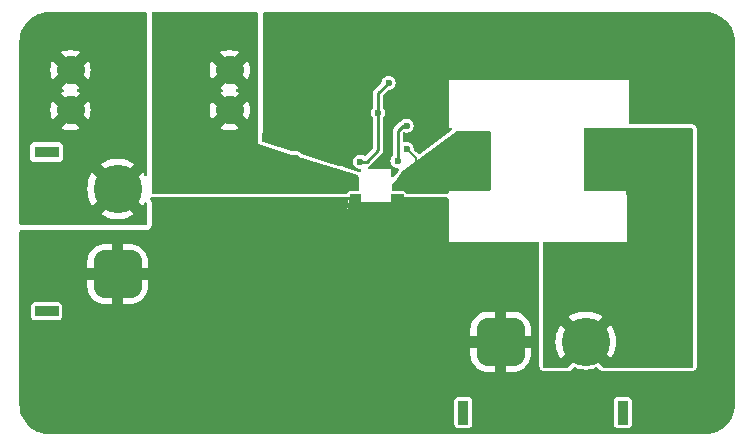
<source format=gbr>
%TF.GenerationSoftware,KiCad,Pcbnew,8.0.3*%
%TF.CreationDate,2024-07-18T08:28:15+09:00*%
%TF.ProjectId,DCDC_24to12,44434443-5f32-4347-946f-31322e6b6963,rev?*%
%TF.SameCoordinates,Original*%
%TF.FileFunction,Copper,L2,Bot*%
%TF.FilePolarity,Positive*%
%FSLAX46Y46*%
G04 Gerber Fmt 4.6, Leading zero omitted, Abs format (unit mm)*
G04 Created by KiCad (PCBNEW 8.0.3) date 2024-07-18 08:28:15*
%MOMM*%
%LPD*%
G01*
G04 APERTURE LIST*
G04 Aperture macros list*
%AMRoundRect*
0 Rectangle with rounded corners*
0 $1 Rounding radius*
0 $2 $3 $4 $5 $6 $7 $8 $9 X,Y pos of 4 corners*
0 Add a 4 corners polygon primitive as box body*
4,1,4,$2,$3,$4,$5,$6,$7,$8,$9,$2,$3,0*
0 Add four circle primitives for the rounded corners*
1,1,$1+$1,$2,$3*
1,1,$1+$1,$4,$5*
1,1,$1+$1,$6,$7*
1,1,$1+$1,$8,$9*
0 Add four rect primitives between the rounded corners*
20,1,$1+$1,$2,$3,$4,$5,0*
20,1,$1+$1,$4,$5,$6,$7,0*
20,1,$1+$1,$6,$7,$8,$9,0*
20,1,$1+$1,$8,$9,$2,$3,0*%
G04 Aperture macros list end*
%TA.AperFunction,ComponentPad*%
%ADD10R,2.000000X0.900000*%
%TD*%
%TA.AperFunction,ComponentPad*%
%ADD11RoundRect,1.025000X1.025000X-1.025000X1.025000X1.025000X-1.025000X1.025000X-1.025000X-1.025000X0*%
%TD*%
%TA.AperFunction,ComponentPad*%
%ADD12C,4.100000*%
%TD*%
%TA.AperFunction,ComponentPad*%
%ADD13RoundRect,1.025000X1.025000X1.025000X-1.025000X1.025000X-1.025000X-1.025000X1.025000X-1.025000X0*%
%TD*%
%TA.AperFunction,ComponentPad*%
%ADD14R,0.900000X2.000000*%
%TD*%
%TA.AperFunction,ComponentPad*%
%ADD15C,2.400000*%
%TD*%
%TA.AperFunction,ViaPad*%
%ADD16C,0.600000*%
%TD*%
%TA.AperFunction,Conductor*%
%ADD17C,0.254000*%
%TD*%
%TA.AperFunction,Conductor*%
%ADD18C,0.200000*%
%TD*%
G04 APERTURE END LIST*
D10*
%TO.P,J1,*%
%TO.N,*%
X74175000Y-65062000D03*
X74175000Y-51562000D03*
D11*
%TO.P,J1,1,Pin_1*%
%TO.N,GND*%
X80175000Y-61912000D03*
D12*
%TO.P,J1,2,Pin_2*%
%TO.N,Net-(J1-Pin_2)*%
X80175000Y-54712000D03*
%TD*%
%TO.P,J2,2,Pin_2*%
%TO.N,+12V*%
X119805000Y-67645000D03*
D13*
%TO.P,J2,1,Pin_1*%
%TO.N,GND*%
X112605000Y-67645000D03*
D14*
%TO.P,J2,*%
%TO.N,*%
X109455000Y-73645000D03*
X122955000Y-73645000D03*
%TD*%
D15*
%TO.P,F1,1*%
%TO.N,+BATT*%
X89670000Y-48055000D03*
X89670000Y-44655000D03*
%TO.P,F1,2*%
%TO.N,Net-(J1-Pin_2)*%
X76200000Y-48055000D03*
X76200000Y-44655000D03*
%TD*%
D16*
%TO.N,GND*%
X113030000Y-44196000D03*
X88900000Y-68580000D03*
X115570000Y-44196000D03*
X123190000Y-44196000D03*
X96520000Y-63500000D03*
X96520000Y-68580000D03*
X99060000Y-52070000D03*
X91440000Y-68580000D03*
X83820000Y-68580000D03*
X129921000Y-50165000D03*
X96520000Y-71120000D03*
X113030000Y-40767000D03*
X93980000Y-63500000D03*
X104140000Y-66040000D03*
X129921000Y-73025000D03*
X99060000Y-68580000D03*
X130810000Y-42418000D03*
X129921000Y-60325000D03*
X129921000Y-52705000D03*
X131826000Y-65405000D03*
X131826000Y-67945000D03*
X131826000Y-62865000D03*
X83820000Y-60960000D03*
X86360000Y-60960000D03*
X93980000Y-68580000D03*
X115570000Y-42418000D03*
X91440000Y-60960000D03*
X88900000Y-66040000D03*
X106680000Y-68580000D03*
X107442000Y-42037000D03*
X131826000Y-57785000D03*
X104140000Y-68580000D03*
X100330000Y-44958000D03*
X108204000Y-43053000D03*
X100330000Y-46736000D03*
X101600000Y-63500000D03*
X93980000Y-46736000D03*
X131826000Y-52705000D03*
X101600000Y-66040000D03*
X123190000Y-42418000D03*
X113030000Y-42418000D03*
X131826000Y-70485000D03*
X131826000Y-60325000D03*
X129921000Y-67945000D03*
X93980000Y-60960000D03*
X131826000Y-50165000D03*
X95250000Y-44958000D03*
X99060000Y-60960000D03*
X91440000Y-63500000D03*
X104140000Y-63500000D03*
X96520000Y-44958000D03*
X128270000Y-44196000D03*
X97790000Y-44958000D03*
X131826000Y-55245000D03*
X125730000Y-42418000D03*
X118110000Y-40767000D03*
X99060000Y-46736000D03*
X125730000Y-44196000D03*
X94488000Y-48260000D03*
X115570000Y-40767000D03*
X118110000Y-44196000D03*
X129921000Y-57785000D03*
X106680000Y-66040000D03*
X96520000Y-60960000D03*
X86360000Y-68580000D03*
X130810000Y-44196000D03*
X110490000Y-44196000D03*
X86360000Y-63500000D03*
X97790000Y-46736000D03*
X131064000Y-48133000D03*
X129921000Y-65405000D03*
X125730000Y-40767000D03*
X86360000Y-66040000D03*
X91440000Y-66040000D03*
X104140000Y-73660000D03*
X107442000Y-43053000D03*
X104140000Y-71120000D03*
X125730000Y-46228000D03*
X96520000Y-66040000D03*
X99060000Y-66040000D03*
X130810000Y-46228000D03*
X104140000Y-60960000D03*
X129921000Y-70485000D03*
X128270000Y-46228000D03*
X120650000Y-40767000D03*
X123190000Y-40767000D03*
X128270000Y-40767000D03*
X101600000Y-60960000D03*
X106680000Y-73660000D03*
X93980000Y-66040000D03*
X129921000Y-55245000D03*
X120650000Y-42418000D03*
X129921000Y-62865000D03*
X99060000Y-71120000D03*
X88900000Y-60960000D03*
X129032000Y-48133000D03*
X96520000Y-46736000D03*
X106680000Y-71120000D03*
X99060000Y-44958000D03*
X83820000Y-63500000D03*
X120650000Y-44196000D03*
X88900000Y-63500000D03*
X83820000Y-66040000D03*
X95250000Y-46736000D03*
X106680000Y-60960000D03*
X99060000Y-63500000D03*
X106680000Y-63500000D03*
X131826000Y-73025000D03*
X118110000Y-42418000D03*
X126873000Y-48133000D03*
X108204000Y-42037000D03*
X130810000Y-40767000D03*
X101600000Y-68580000D03*
X101600000Y-71120000D03*
X128270000Y-42418000D03*
X93980000Y-44958000D03*
X101600000Y-73660000D03*
%TO.N,+12V*%
X126365000Y-62865000D03*
X120015000Y-50165000D03*
X121285000Y-52705000D03*
X123825000Y-67945000D03*
X118745000Y-60325000D03*
X126365000Y-50165000D03*
X123825000Y-55245000D03*
X120015000Y-53975000D03*
X122555000Y-50165000D03*
X123825000Y-62865000D03*
X126365000Y-55245000D03*
X123825000Y-50165000D03*
X126365000Y-52705000D03*
X121285000Y-50165000D03*
X120015000Y-52705000D03*
X120015000Y-51435000D03*
X121285000Y-60325000D03*
X123825000Y-65405000D03*
X122555000Y-51435000D03*
X118745000Y-62865000D03*
X122555000Y-52705000D03*
X126365000Y-60325000D03*
X123825000Y-60325000D03*
X121285000Y-51435000D03*
X123825000Y-52705000D03*
X123825000Y-57785000D03*
X121285000Y-62865000D03*
X126365000Y-67945000D03*
X122555000Y-53975000D03*
X121285000Y-53975000D03*
X126365000Y-65405000D03*
X126365000Y-57785000D03*
%TO.N,BOOT*%
X104648000Y-49342000D03*
X103886000Y-52324000D03*
%TO.N,SW*%
X111252000Y-50546000D03*
X106680000Y-53340000D03*
X105410000Y-54610000D03*
X106680000Y-54610000D03*
X111252000Y-51816000D03*
X108712000Y-53086000D03*
X104648000Y-51308000D03*
X111252000Y-54356000D03*
X108712000Y-50546000D03*
X109982000Y-53086000D03*
X105410000Y-53340000D03*
X111252000Y-53086000D03*
X109982000Y-51816000D03*
X109982000Y-50546000D03*
X108712000Y-54356000D03*
X109982000Y-54356000D03*
X108712000Y-51816000D03*
%TO.N,+BATT*%
X88265000Y-51435000D03*
X86995000Y-53975000D03*
X90805000Y-52705000D03*
X95250000Y-52070000D03*
X93980000Y-54610000D03*
X97790000Y-53340000D03*
X90805000Y-53975000D03*
X89535000Y-51435000D03*
X86995000Y-51435000D03*
X93980000Y-53340000D03*
X95250000Y-53340000D03*
X86995000Y-52705000D03*
X89535000Y-53975000D03*
X88265000Y-53975000D03*
X88265000Y-52705000D03*
X99060000Y-53340000D03*
X99060000Y-54610000D03*
X90805000Y-51435000D03*
X89535000Y-52705000D03*
X95250000Y-54610000D03*
X96520000Y-53340000D03*
X96520000Y-54610000D03*
X93980000Y-52070000D03*
X97790000Y-54610000D03*
%TO.N,VREG*%
X103124000Y-45720000D03*
X102235000Y-48260000D03*
X100736400Y-52400200D03*
%TD*%
D17*
%TO.N,BOOT*%
X103886000Y-49784000D02*
X104328000Y-49342000D01*
X103886000Y-52324000D02*
X103886000Y-49784000D01*
X104328000Y-49342000D02*
X104648000Y-49342000D01*
D18*
%TO.N,SW*%
X105410000Y-52070000D02*
X104648000Y-51308000D01*
X105410000Y-53340000D02*
X105410000Y-52070000D01*
D17*
%TO.N,VREG*%
X101269800Y-52400200D02*
X102235000Y-51435000D01*
X102235000Y-46609000D02*
X103124000Y-45720000D01*
X100736400Y-52400200D02*
X101269800Y-52400200D01*
X102235000Y-51435000D02*
X102235000Y-48260000D01*
X102235000Y-48260000D02*
X102235000Y-46609000D01*
%TD*%
%TA.AperFunction,Conductor*%
%TO.N,GND*%
G36*
X129972736Y-39743726D02*
G01*
X130262796Y-39761271D01*
X130277659Y-39763076D01*
X130559798Y-39814780D01*
X130574335Y-39818363D01*
X130848172Y-39903695D01*
X130862163Y-39909000D01*
X131123743Y-40026727D01*
X131136989Y-40033680D01*
X131382465Y-40182075D01*
X131394776Y-40190573D01*
X131620573Y-40367473D01*
X131631781Y-40377403D01*
X131834596Y-40580218D01*
X131844526Y-40591426D01*
X131964481Y-40744538D01*
X132021422Y-40817217D01*
X132029928Y-40829540D01*
X132178316Y-41075004D01*
X132185275Y-41088263D01*
X132302997Y-41349831D01*
X132308306Y-41363832D01*
X132393635Y-41637663D01*
X132397219Y-41652201D01*
X132448923Y-41934340D01*
X132450728Y-41949205D01*
X132468274Y-42239263D01*
X132468500Y-42246750D01*
X132468500Y-72942249D01*
X132468274Y-72949736D01*
X132450728Y-73239794D01*
X132448923Y-73254659D01*
X132397219Y-73536798D01*
X132393635Y-73551336D01*
X132308306Y-73825167D01*
X132302997Y-73839168D01*
X132185275Y-74100736D01*
X132178316Y-74113995D01*
X132029928Y-74359459D01*
X132021422Y-74371782D01*
X131844526Y-74597573D01*
X131834596Y-74608781D01*
X131631781Y-74811596D01*
X131620573Y-74821526D01*
X131394782Y-74998422D01*
X131382459Y-75006928D01*
X131136995Y-75155316D01*
X131123736Y-75162275D01*
X130862168Y-75279997D01*
X130848167Y-75285306D01*
X130574336Y-75370635D01*
X130559798Y-75374219D01*
X130277659Y-75425923D01*
X130262794Y-75427728D01*
X129972736Y-75445274D01*
X129965249Y-75445500D01*
X74377751Y-75445500D01*
X74370264Y-75445274D01*
X74080205Y-75427728D01*
X74065340Y-75425923D01*
X73783201Y-75374219D01*
X73768663Y-75370635D01*
X73494832Y-75285306D01*
X73480831Y-75279997D01*
X73219263Y-75162275D01*
X73206004Y-75155316D01*
X72960540Y-75006928D01*
X72948217Y-74998422D01*
X72876946Y-74942585D01*
X72722426Y-74821526D01*
X72711218Y-74811596D01*
X72508403Y-74608781D01*
X72498473Y-74597573D01*
X72321573Y-74371776D01*
X72313075Y-74359465D01*
X72164680Y-74113989D01*
X72157727Y-74100743D01*
X72040000Y-73839163D01*
X72034693Y-73825167D01*
X71949364Y-73551336D01*
X71945780Y-73536798D01*
X71894076Y-73254659D01*
X71892271Y-73239794D01*
X71874726Y-72949736D01*
X71874500Y-72942249D01*
X71874500Y-72600131D01*
X108704500Y-72600131D01*
X108704500Y-74689856D01*
X108704502Y-74689882D01*
X108707413Y-74714987D01*
X108707415Y-74714991D01*
X108752793Y-74817764D01*
X108752794Y-74817765D01*
X108832235Y-74897206D01*
X108935009Y-74942585D01*
X108960135Y-74945500D01*
X109949864Y-74945499D01*
X109949879Y-74945497D01*
X109949882Y-74945497D01*
X109974987Y-74942586D01*
X109974988Y-74942585D01*
X109974991Y-74942585D01*
X110077765Y-74897206D01*
X110157206Y-74817765D01*
X110202585Y-74714991D01*
X110205500Y-74689865D01*
X110205499Y-72600136D01*
X110205498Y-72600131D01*
X122204500Y-72600131D01*
X122204500Y-74689856D01*
X122204502Y-74689882D01*
X122207413Y-74714987D01*
X122207415Y-74714991D01*
X122252793Y-74817764D01*
X122252794Y-74817765D01*
X122332235Y-74897206D01*
X122435009Y-74942585D01*
X122460135Y-74945500D01*
X123449864Y-74945499D01*
X123449879Y-74945497D01*
X123449882Y-74945497D01*
X123474987Y-74942586D01*
X123474988Y-74942585D01*
X123474991Y-74942585D01*
X123577765Y-74897206D01*
X123657206Y-74817765D01*
X123702585Y-74714991D01*
X123705500Y-74689865D01*
X123705499Y-72600136D01*
X123705497Y-72600117D01*
X123702586Y-72575012D01*
X123702585Y-72575010D01*
X123702585Y-72575009D01*
X123657206Y-72472235D01*
X123577765Y-72392794D01*
X123577763Y-72392793D01*
X123474992Y-72347415D01*
X123449865Y-72344500D01*
X122460143Y-72344500D01*
X122460117Y-72344502D01*
X122435012Y-72347413D01*
X122435008Y-72347415D01*
X122332235Y-72392793D01*
X122252794Y-72472234D01*
X122207415Y-72575006D01*
X122207415Y-72575008D01*
X122204500Y-72600131D01*
X110205498Y-72600131D01*
X110205497Y-72600117D01*
X110202586Y-72575012D01*
X110202585Y-72575010D01*
X110202585Y-72575009D01*
X110157206Y-72472235D01*
X110077765Y-72392794D01*
X110077763Y-72392793D01*
X109974992Y-72347415D01*
X109949865Y-72344500D01*
X108960143Y-72344500D01*
X108960117Y-72344502D01*
X108935012Y-72347413D01*
X108935008Y-72347415D01*
X108832235Y-72392793D01*
X108752794Y-72472234D01*
X108707415Y-72575006D01*
X108707415Y-72575008D01*
X108704500Y-72600131D01*
X71874500Y-72600131D01*
X71874500Y-66549731D01*
X110055000Y-66549731D01*
X110055000Y-67145000D01*
X111347986Y-67145000D01*
X111288242Y-67328874D01*
X111255000Y-67538753D01*
X111255000Y-67751247D01*
X111288242Y-67961126D01*
X111347986Y-68145000D01*
X110055000Y-68145000D01*
X110055000Y-68740268D01*
X110065215Y-68884958D01*
X110065217Y-68884968D01*
X110119313Y-69125165D01*
X110119315Y-69125172D01*
X110211244Y-69353585D01*
X110338620Y-69564289D01*
X110338627Y-69564299D01*
X110498153Y-69751846D01*
X110685700Y-69911372D01*
X110685710Y-69911379D01*
X110896414Y-70038755D01*
X111124827Y-70130684D01*
X111124834Y-70130686D01*
X111365031Y-70184782D01*
X111365041Y-70184784D01*
X111509731Y-70194999D01*
X111509734Y-70195000D01*
X112105000Y-70195000D01*
X112105000Y-68902014D01*
X112288874Y-68961758D01*
X112498753Y-68995000D01*
X112711247Y-68995000D01*
X112921126Y-68961758D01*
X113105000Y-68902014D01*
X113105000Y-70195000D01*
X113700266Y-70195000D01*
X113700268Y-70194999D01*
X113844958Y-70184784D01*
X113844968Y-70184782D01*
X114085165Y-70130686D01*
X114085172Y-70130684D01*
X114313585Y-70038755D01*
X114524289Y-69911379D01*
X114524299Y-69911372D01*
X114711846Y-69751846D01*
X114871372Y-69564299D01*
X114871379Y-69564289D01*
X114998755Y-69353585D01*
X115090684Y-69125172D01*
X115090686Y-69125165D01*
X115144782Y-68884968D01*
X115144784Y-68884958D01*
X115154999Y-68740268D01*
X115155000Y-68740266D01*
X115155000Y-68145000D01*
X113862014Y-68145000D01*
X113921758Y-67961126D01*
X113955000Y-67751247D01*
X113955000Y-67538753D01*
X113921758Y-67328874D01*
X113862014Y-67145000D01*
X115155000Y-67145000D01*
X115155000Y-66549734D01*
X115154999Y-66549731D01*
X115144784Y-66405041D01*
X115144782Y-66405031D01*
X115090686Y-66164834D01*
X115090684Y-66164827D01*
X114998755Y-65936414D01*
X114871379Y-65725710D01*
X114871372Y-65725700D01*
X114711846Y-65538153D01*
X114524299Y-65378627D01*
X114524289Y-65378620D01*
X114313585Y-65251244D01*
X114085172Y-65159315D01*
X114085165Y-65159313D01*
X113844968Y-65105217D01*
X113844958Y-65105215D01*
X113700268Y-65095000D01*
X113105000Y-65095000D01*
X113105000Y-66387985D01*
X112921126Y-66328242D01*
X112711247Y-66295000D01*
X112498753Y-66295000D01*
X112288874Y-66328242D01*
X112105000Y-66387985D01*
X112105000Y-65095000D01*
X111509731Y-65095000D01*
X111365041Y-65105215D01*
X111365031Y-65105217D01*
X111124834Y-65159313D01*
X111124827Y-65159315D01*
X110896414Y-65251244D01*
X110685710Y-65378620D01*
X110685700Y-65378627D01*
X110498153Y-65538153D01*
X110338627Y-65725700D01*
X110338620Y-65725710D01*
X110211244Y-65936414D01*
X110119315Y-66164827D01*
X110119313Y-66164834D01*
X110065217Y-66405031D01*
X110065215Y-66405041D01*
X110055000Y-66549731D01*
X71874500Y-66549731D01*
X71874500Y-64567131D01*
X72874500Y-64567131D01*
X72874500Y-65556856D01*
X72874502Y-65556882D01*
X72877413Y-65581987D01*
X72877415Y-65581991D01*
X72922793Y-65684764D01*
X72922794Y-65684765D01*
X73002235Y-65764206D01*
X73105009Y-65809585D01*
X73130135Y-65812500D01*
X75219864Y-65812499D01*
X75219879Y-65812497D01*
X75219882Y-65812497D01*
X75244987Y-65809586D01*
X75244988Y-65809585D01*
X75244991Y-65809585D01*
X75347765Y-65764206D01*
X75427206Y-65684765D01*
X75472585Y-65581991D01*
X75475500Y-65556865D01*
X75475499Y-64567136D01*
X75475497Y-64567117D01*
X75472586Y-64542012D01*
X75472585Y-64542010D01*
X75472585Y-64542009D01*
X75427206Y-64439235D01*
X75347765Y-64359794D01*
X75347763Y-64359793D01*
X75244992Y-64314415D01*
X75219865Y-64311500D01*
X73130143Y-64311500D01*
X73130117Y-64311502D01*
X73105012Y-64314413D01*
X73105008Y-64314415D01*
X73002235Y-64359793D01*
X72922794Y-64439234D01*
X72877415Y-64542006D01*
X72877415Y-64542008D01*
X72874500Y-64567131D01*
X71874500Y-64567131D01*
X71874500Y-60816731D01*
X77625000Y-60816731D01*
X77625000Y-61412000D01*
X78917986Y-61412000D01*
X78858242Y-61595874D01*
X78825000Y-61805753D01*
X78825000Y-62018247D01*
X78858242Y-62228126D01*
X78917986Y-62412000D01*
X77625000Y-62412000D01*
X77625000Y-63007268D01*
X77635215Y-63151958D01*
X77635217Y-63151968D01*
X77689313Y-63392165D01*
X77689315Y-63392172D01*
X77781244Y-63620585D01*
X77908620Y-63831289D01*
X77908627Y-63831299D01*
X78068153Y-64018846D01*
X78255700Y-64178372D01*
X78255710Y-64178379D01*
X78466414Y-64305755D01*
X78694827Y-64397684D01*
X78694834Y-64397686D01*
X78935031Y-64451782D01*
X78935041Y-64451784D01*
X79079731Y-64461999D01*
X79079734Y-64462000D01*
X79675000Y-64462000D01*
X79675000Y-63169014D01*
X79858874Y-63228758D01*
X80068753Y-63262000D01*
X80281247Y-63262000D01*
X80491126Y-63228758D01*
X80675000Y-63169014D01*
X80675000Y-64462000D01*
X81270266Y-64462000D01*
X81270268Y-64461999D01*
X81414958Y-64451784D01*
X81414968Y-64451782D01*
X81655165Y-64397686D01*
X81655172Y-64397684D01*
X81883585Y-64305755D01*
X82094289Y-64178379D01*
X82094299Y-64178372D01*
X82281846Y-64018846D01*
X82441372Y-63831299D01*
X82441379Y-63831289D01*
X82568755Y-63620585D01*
X82660684Y-63392172D01*
X82660686Y-63392165D01*
X82714782Y-63151968D01*
X82714784Y-63151958D01*
X82724999Y-63007268D01*
X82725000Y-63007266D01*
X82725000Y-62412000D01*
X81432014Y-62412000D01*
X81491758Y-62228126D01*
X81525000Y-62018247D01*
X81525000Y-61805753D01*
X81491758Y-61595874D01*
X81432014Y-61412000D01*
X82725000Y-61412000D01*
X82725000Y-60816734D01*
X82724999Y-60816731D01*
X82714784Y-60672041D01*
X82714782Y-60672031D01*
X82660686Y-60431834D01*
X82660684Y-60431827D01*
X82568755Y-60203414D01*
X82441379Y-59992710D01*
X82441372Y-59992700D01*
X82281846Y-59805153D01*
X82094299Y-59645627D01*
X82094289Y-59645620D01*
X81883585Y-59518244D01*
X81655172Y-59426315D01*
X81655165Y-59426313D01*
X81414968Y-59372217D01*
X81414958Y-59372215D01*
X81270268Y-59362000D01*
X80675000Y-59362000D01*
X80675000Y-60654985D01*
X80491126Y-60595242D01*
X80281247Y-60562000D01*
X80068753Y-60562000D01*
X79858874Y-60595242D01*
X79675000Y-60654985D01*
X79675000Y-59362000D01*
X79079731Y-59362000D01*
X78935041Y-59372215D01*
X78935031Y-59372217D01*
X78694834Y-59426313D01*
X78694827Y-59426315D01*
X78466414Y-59518244D01*
X78255710Y-59645620D01*
X78255700Y-59645627D01*
X78068153Y-59805153D01*
X77908627Y-59992700D01*
X77908620Y-59992710D01*
X77781244Y-60203414D01*
X77689315Y-60431827D01*
X77689313Y-60431834D01*
X77635217Y-60672031D01*
X77635215Y-60672041D01*
X77625000Y-60816731D01*
X71874500Y-60816731D01*
X71874500Y-58314500D01*
X71894185Y-58247461D01*
X71946989Y-58201706D01*
X71998500Y-58190500D01*
X82552991Y-58190500D01*
X82553000Y-58190500D01*
X82639199Y-58181232D01*
X82690710Y-58170026D01*
X82762360Y-58147310D01*
X82870057Y-58080250D01*
X82922861Y-58034495D01*
X82992042Y-57956923D01*
X83046389Y-57842285D01*
X83066074Y-57775246D01*
X83082500Y-57661000D01*
X83082500Y-55938741D01*
X83073718Y-55854808D01*
X83063093Y-55804588D01*
X83041670Y-55734951D01*
X83041669Y-55734950D01*
X83041669Y-55734948D01*
X82975845Y-55626494D01*
X82960654Y-55608552D01*
X82932357Y-55544669D01*
X82943091Y-55475628D01*
X82989447Y-55423351D01*
X83056707Y-55404434D01*
X83090233Y-55409452D01*
X83095919Y-55411122D01*
X83095923Y-55411122D01*
X83095928Y-55411124D01*
X83182000Y-55423500D01*
X83182003Y-55423500D01*
X99522297Y-55423500D01*
X99522904Y-55423494D01*
X99528252Y-55423442D01*
X99533067Y-55423348D01*
X99624488Y-55407469D01*
X99690712Y-55385197D01*
X99746724Y-55359831D01*
X99787553Y-55324676D01*
X99568000Y-56642000D01*
X104648000Y-56642000D01*
X104429249Y-55329495D01*
X104438723Y-55338337D01*
X104441097Y-55340553D01*
X104541173Y-55391439D01*
X104608212Y-55411124D01*
X104694284Y-55423500D01*
X104694287Y-55423500D01*
X108080000Y-55423500D01*
X108147039Y-55443185D01*
X108192794Y-55495989D01*
X108204000Y-55547500D01*
X108204000Y-59182000D01*
X111760000Y-59182000D01*
X115775500Y-59182000D01*
X115842539Y-59201685D01*
X115888294Y-59254489D01*
X115899500Y-59306000D01*
X115899500Y-69726000D01*
X115899501Y-69726009D01*
X115906481Y-69790935D01*
X115906483Y-69790947D01*
X115917688Y-69842453D01*
X115928644Y-69880654D01*
X115928646Y-69880658D01*
X115985325Y-69977571D01*
X116031077Y-70030372D01*
X116031081Y-70030376D01*
X116031091Y-70030387D01*
X116075807Y-70072548D01*
X116075809Y-70072549D01*
X116075813Y-70072553D01*
X116175889Y-70123439D01*
X116242928Y-70143124D01*
X116329000Y-70155500D01*
X116329003Y-70155500D01*
X118261248Y-70155500D01*
X118261251Y-70155500D01*
X118337865Y-70145737D01*
X118398071Y-70130140D01*
X118446864Y-70112977D01*
X118539028Y-70048863D01*
X118551382Y-70036329D01*
X118560480Y-70027976D01*
X118564545Y-70024599D01*
X118564551Y-70024596D01*
X118749884Y-69839261D01*
X118811205Y-69805778D01*
X118880897Y-69810762D01*
X118892409Y-69815732D01*
X118903573Y-69821238D01*
X119195341Y-69920280D01*
X119497540Y-69980391D01*
X119805000Y-70000543D01*
X120112460Y-69980391D01*
X120414659Y-69920280D01*
X120706427Y-69821238D01*
X120717585Y-69815734D01*
X120786412Y-69803734D01*
X120850805Y-69830851D01*
X120860114Y-69839263D01*
X121045100Y-70024249D01*
X121050050Y-70029565D01*
X121050819Y-70030366D01*
X121050824Y-70030372D01*
X121050827Y-70030375D01*
X121050837Y-70030385D01*
X121095554Y-70072548D01*
X121095556Y-70072549D01*
X121095560Y-70072553D01*
X121195636Y-70123439D01*
X121262675Y-70143124D01*
X121348747Y-70155500D01*
X121348750Y-70155500D01*
X128780990Y-70155500D01*
X128781000Y-70155500D01*
X128845941Y-70148518D01*
X128897452Y-70137312D01*
X128935658Y-70126354D01*
X129032571Y-70069675D01*
X129085375Y-70023920D01*
X129085382Y-70023912D01*
X129085387Y-70023908D01*
X129126418Y-69980391D01*
X129127553Y-69979187D01*
X129178439Y-69879111D01*
X129198124Y-69812072D01*
X129210500Y-69726000D01*
X129210500Y-49654000D01*
X129203518Y-49589059D01*
X129192312Y-49537548D01*
X129181354Y-49499342D01*
X129124675Y-49402429D01*
X129078920Y-49349625D01*
X129078918Y-49349623D01*
X129078908Y-49349612D01*
X129034192Y-49307451D01*
X129034189Y-49307449D01*
X129034187Y-49307447D01*
X128934111Y-49256561D01*
X128934110Y-49256560D01*
X128934109Y-49256560D01*
X128867078Y-49236877D01*
X128867072Y-49236876D01*
X128781000Y-49224500D01*
X128780997Y-49224500D01*
X123568000Y-49224500D01*
X123500961Y-49204815D01*
X123455206Y-49152011D01*
X123444000Y-49100500D01*
X123444000Y-45466000D01*
X108204000Y-45466000D01*
X108204000Y-49530000D01*
X108412427Y-49530000D01*
X108479466Y-49549685D01*
X108525221Y-49602489D01*
X108535165Y-49671647D01*
X108506140Y-49735203D01*
X108485028Y-49754524D01*
X105769540Y-51715709D01*
X105703667Y-51739002D01*
X105635658Y-51722984D01*
X105609258Y-51702866D01*
X105451856Y-51545464D01*
X105289402Y-51383009D01*
X105255917Y-51321686D01*
X105254144Y-51311513D01*
X105251870Y-51294242D01*
X105233044Y-51151238D01*
X105172536Y-51005159D01*
X105076282Y-50879718D01*
X104950841Y-50783464D01*
X104804762Y-50722956D01*
X104804760Y-50722955D01*
X104648001Y-50702318D01*
X104647999Y-50702318D01*
X104491239Y-50722955D01*
X104491234Y-50722957D01*
X104484948Y-50725561D01*
X104415478Y-50733027D01*
X104353000Y-50701749D01*
X104317351Y-50641659D01*
X104313500Y-50610998D01*
X104313500Y-50039001D01*
X104333185Y-49971962D01*
X104385989Y-49926207D01*
X104455147Y-49916263D01*
X104484951Y-49924440D01*
X104491238Y-49927044D01*
X104569619Y-49937363D01*
X104647999Y-49947682D01*
X104648000Y-49947682D01*
X104648001Y-49947682D01*
X104700254Y-49940802D01*
X104804762Y-49927044D01*
X104950841Y-49866536D01*
X105076282Y-49770282D01*
X105172536Y-49644841D01*
X105233044Y-49498762D01*
X105252678Y-49349625D01*
X105253682Y-49342001D01*
X105253682Y-49341998D01*
X105233044Y-49185239D01*
X105233044Y-49185238D01*
X105172536Y-49039159D01*
X105076282Y-48913718D01*
X104950841Y-48817464D01*
X104804762Y-48756956D01*
X104804760Y-48756955D01*
X104648001Y-48736318D01*
X104647999Y-48736318D01*
X104491239Y-48756955D01*
X104491237Y-48756956D01*
X104345157Y-48817464D01*
X104213270Y-48918665D01*
X104211859Y-48916826D01*
X104167531Y-48942415D01*
X104162998Y-48943629D01*
X104162991Y-48943632D01*
X104065508Y-48999915D01*
X104065505Y-48999917D01*
X103623509Y-49441915D01*
X103543917Y-49521506D01*
X103543915Y-49521509D01*
X103487633Y-49618989D01*
X103458500Y-49727719D01*
X103458500Y-51852606D01*
X103438815Y-51919645D01*
X103432876Y-51928092D01*
X103361464Y-52021157D01*
X103300956Y-52167237D01*
X103300955Y-52167239D01*
X103280318Y-52323998D01*
X103280318Y-52324001D01*
X103300955Y-52480760D01*
X103300956Y-52480762D01*
X103361464Y-52626841D01*
X103457718Y-52752282D01*
X103583159Y-52848536D01*
X103729238Y-52909044D01*
X103795595Y-52917780D01*
X103894058Y-52930743D01*
X103893719Y-52933310D01*
X103948402Y-52949367D01*
X103994157Y-53002171D01*
X104004101Y-53071329D01*
X103980563Y-53128080D01*
X103887063Y-53252748D01*
X103575800Y-53667765D01*
X103519829Y-53709586D01*
X103450132Y-53714507D01*
X103388840Y-53680967D01*
X103355410Y-53619614D01*
X103352600Y-53593365D01*
X103352600Y-53035200D01*
X101486917Y-53035200D01*
X101419878Y-53015515D01*
X101374123Y-52962711D01*
X101364179Y-52893553D01*
X101393204Y-52829997D01*
X101428765Y-52804355D01*
X101427770Y-52802631D01*
X101434809Y-52798567D01*
X101532291Y-52742285D01*
X102577085Y-51697491D01*
X102633367Y-51600009D01*
X102662500Y-51491281D01*
X102662500Y-51378718D01*
X102662500Y-48731392D01*
X102682185Y-48664353D01*
X102688117Y-48655915D01*
X102759536Y-48562841D01*
X102820044Y-48416762D01*
X102840682Y-48260000D01*
X102820044Y-48103238D01*
X102759536Y-47957159D01*
X102759535Y-47957158D01*
X102759535Y-47957157D01*
X102688124Y-47864092D01*
X102662930Y-47798923D01*
X102662500Y-47788606D01*
X102662500Y-46837437D01*
X102682185Y-46770398D01*
X102698815Y-46749760D01*
X103092963Y-46355611D01*
X103154284Y-46322128D01*
X103164439Y-46320358D01*
X103280762Y-46305044D01*
X103426841Y-46244536D01*
X103552282Y-46148282D01*
X103648536Y-46022841D01*
X103709044Y-45876762D01*
X103725596Y-45751036D01*
X103729682Y-45720001D01*
X103729682Y-45719998D01*
X103709044Y-45563239D01*
X103709044Y-45563238D01*
X103648536Y-45417159D01*
X103552282Y-45291718D01*
X103426841Y-45195464D01*
X103280762Y-45134956D01*
X103280760Y-45134955D01*
X103124001Y-45114318D01*
X103123999Y-45114318D01*
X102967239Y-45134955D01*
X102967237Y-45134956D01*
X102821160Y-45195463D01*
X102695718Y-45291718D01*
X102599463Y-45417160D01*
X102538956Y-45563237D01*
X102538956Y-45563238D01*
X102523644Y-45679541D01*
X102495377Y-45743437D01*
X102488386Y-45751036D01*
X101972509Y-46266915D01*
X101892917Y-46346506D01*
X101892915Y-46346509D01*
X101836633Y-46443989D01*
X101807500Y-46552719D01*
X101807500Y-47788606D01*
X101787815Y-47855645D01*
X101781876Y-47864092D01*
X101710464Y-47957157D01*
X101649956Y-48103237D01*
X101649955Y-48103239D01*
X101629318Y-48259998D01*
X101629318Y-48260001D01*
X101649955Y-48416760D01*
X101649956Y-48416762D01*
X101710464Y-48562842D01*
X101748387Y-48612263D01*
X101781875Y-48655906D01*
X101807070Y-48721074D01*
X101807500Y-48731392D01*
X101807500Y-51206561D01*
X101787815Y-51273600D01*
X101771181Y-51294242D01*
X101201302Y-51864120D01*
X101139979Y-51897605D01*
X101070287Y-51892621D01*
X101046451Y-51879421D01*
X101046276Y-51879726D01*
X101039236Y-51875661D01*
X100893165Y-51815157D01*
X100893160Y-51815155D01*
X100736401Y-51794518D01*
X100736399Y-51794518D01*
X100579639Y-51815155D01*
X100579637Y-51815156D01*
X100433560Y-51875663D01*
X100308118Y-51971918D01*
X100211863Y-52097360D01*
X100151356Y-52243437D01*
X100151355Y-52243439D01*
X100130718Y-52400198D01*
X100130718Y-52400201D01*
X100151355Y-52556960D01*
X100151356Y-52556962D01*
X100211864Y-52703041D01*
X100308118Y-52828482D01*
X100433559Y-52924736D01*
X100579638Y-52985244D01*
X100704787Y-53001720D01*
X100768681Y-53029985D01*
X100807153Y-53088309D01*
X100812600Y-53124658D01*
X100812600Y-53185709D01*
X100792915Y-53252748D01*
X100740111Y-53298503D01*
X100670953Y-53308447D01*
X100635052Y-53297551D01*
X100588457Y-53275242D01*
X100588450Y-53275239D01*
X99544567Y-52948052D01*
X99493969Y-52917405D01*
X99488281Y-52911716D01*
X99362842Y-52815464D01*
X99216762Y-52754956D01*
X99216760Y-52754955D01*
X99060001Y-52734318D01*
X99059999Y-52734318D01*
X98948170Y-52749040D01*
X98894898Y-52744425D01*
X98888070Y-52742285D01*
X98296796Y-52556960D01*
X95811187Y-51777888D01*
X95753104Y-51739054D01*
X95749898Y-51735050D01*
X95721077Y-51697490D01*
X95678282Y-51641718D01*
X95552841Y-51545464D01*
X95476525Y-51513853D01*
X95406762Y-51484956D01*
X95406760Y-51484955D01*
X95250001Y-51464318D01*
X95249999Y-51464318D01*
X95093239Y-51484955D01*
X95093238Y-51484956D01*
X95041503Y-51506385D01*
X94972034Y-51513853D01*
X94956965Y-51510147D01*
X92467413Y-50729840D01*
X92409330Y-50691006D01*
X92381462Y-50626934D01*
X92380500Y-50611516D01*
X92380500Y-50093682D01*
X92398858Y-50031160D01*
X92398625Y-50031042D01*
X92399258Y-50029799D01*
X92400185Y-50026643D01*
X92402858Y-50022732D01*
X92403052Y-50022350D01*
X92403056Y-50022347D01*
X92460653Y-49909306D01*
X92480500Y-49784000D01*
X92480500Y-39867500D01*
X92500185Y-39800461D01*
X92552989Y-39754706D01*
X92604500Y-39743500D01*
X129903108Y-39743500D01*
X129965249Y-39743500D01*
X129972736Y-39743726D01*
G37*
%TD.AperFunction*%
%TD*%
%TA.AperFunction,Conductor*%
%TO.N,+BATT*%
G36*
X92075000Y-50927000D02*
G01*
X92074999Y-50927000D01*
X94927641Y-51821111D01*
X100497088Y-53566759D01*
X100555170Y-53605592D01*
X100583038Y-53669664D01*
X100584000Y-53685082D01*
X100584000Y-54788500D01*
X100564315Y-54855539D01*
X100511511Y-54901294D01*
X100460000Y-54912500D01*
X99822000Y-54912500D01*
X99811859Y-54912800D01*
X99809828Y-54912861D01*
X99722031Y-54938455D01*
X99722029Y-54938456D01*
X99654027Y-54999612D01*
X99636998Y-55041093D01*
X99593328Y-55095634D01*
X99527104Y-55117906D01*
X99522289Y-55118000D01*
X83182000Y-55118000D01*
X83114961Y-55098315D01*
X83069206Y-55045511D01*
X83058000Y-54994000D01*
X83058000Y-53644831D01*
X83063024Y-53609894D01*
X83066073Y-53599507D01*
X83066072Y-53599507D01*
X83066074Y-53599504D01*
X83082500Y-53485258D01*
X83082500Y-49943266D01*
X83082499Y-49943262D01*
X83082499Y-49943246D01*
X83080353Y-49916001D01*
X83077503Y-49879805D01*
X83075862Y-49869456D01*
X83074713Y-49859745D01*
X83074380Y-49855524D01*
X83074381Y-49855512D01*
X83063055Y-49784000D01*
X92075000Y-49784000D01*
X92075000Y-50927000D01*
G37*
%TD.AperFunction*%
%TD*%
%TA.AperFunction,Conductor*%
%TO.N,GND*%
G36*
X100812600Y-55803800D02*
G01*
X103352600Y-55803800D01*
X103352600Y-55118000D01*
X104394000Y-55118000D01*
X104648000Y-56642000D01*
X99568000Y-56642000D01*
X99822000Y-55118000D01*
X100812600Y-55118000D01*
X100812600Y-55803800D01*
G37*
%TD.AperFunction*%
%TD*%
%TA.AperFunction,Conductor*%
%TO.N,+12V*%
G36*
X128848039Y-49549685D02*
G01*
X128893794Y-49602489D01*
X128905000Y-49654000D01*
X128905000Y-69726000D01*
X128885315Y-69793039D01*
X128832511Y-69838794D01*
X128781000Y-69850000D01*
X121348747Y-69850000D01*
X121281708Y-69830315D01*
X121262219Y-69807823D01*
X121261468Y-69808575D01*
X120340289Y-68887396D01*
X120512554Y-68799623D01*
X120684466Y-68674722D01*
X120834722Y-68524466D01*
X120959623Y-68352554D01*
X121047396Y-68180289D01*
X121927142Y-69060036D01*
X121927143Y-69060035D01*
X122043994Y-68875909D01*
X122044005Y-68875890D01*
X122180615Y-68585580D01*
X122180617Y-68585575D01*
X122279769Y-68280417D01*
X122339895Y-67965228D01*
X122339896Y-67965221D01*
X122360042Y-67645005D01*
X122360042Y-67644994D01*
X122339896Y-67324778D01*
X122339895Y-67324771D01*
X122279769Y-67009582D01*
X122180617Y-66704424D01*
X122180615Y-66704419D01*
X122044001Y-66414101D01*
X122043993Y-66414086D01*
X121927143Y-66229963D01*
X121047396Y-67109709D01*
X120959623Y-66937446D01*
X120834722Y-66765534D01*
X120684466Y-66615278D01*
X120512554Y-66490377D01*
X120340289Y-66402603D01*
X121221047Y-65521845D01*
X121221046Y-65521843D01*
X121174071Y-65487714D01*
X121174053Y-65487702D01*
X120892883Y-65333128D01*
X120892875Y-65333124D01*
X120594555Y-65215012D01*
X120283766Y-65135215D01*
X120283757Y-65135213D01*
X119965443Y-65095000D01*
X119644556Y-65095000D01*
X119326242Y-65135213D01*
X119326233Y-65135215D01*
X119015444Y-65215012D01*
X118717124Y-65333124D01*
X118717116Y-65333128D01*
X118435943Y-65487704D01*
X118435941Y-65487706D01*
X118388952Y-65521844D01*
X118388952Y-65521845D01*
X119269710Y-66402603D01*
X119097446Y-66490377D01*
X118925534Y-66615278D01*
X118775278Y-66765534D01*
X118650377Y-66937446D01*
X118562603Y-67109710D01*
X117682855Y-66229962D01*
X117566001Y-66414096D01*
X117565998Y-66414102D01*
X117429384Y-66704419D01*
X117429382Y-66704424D01*
X117330230Y-67009582D01*
X117270104Y-67324771D01*
X117270103Y-67324778D01*
X117249958Y-67644994D01*
X117249958Y-67645005D01*
X117270103Y-67965221D01*
X117270104Y-67965228D01*
X117330230Y-68280417D01*
X117429382Y-68585575D01*
X117429384Y-68585580D01*
X117565998Y-68875897D01*
X117566003Y-68875907D01*
X117682855Y-69060035D01*
X117682856Y-69060036D01*
X118562603Y-68180289D01*
X118650377Y-68352554D01*
X118775278Y-68524466D01*
X118925534Y-68674722D01*
X119097446Y-68799623D01*
X119269709Y-68887396D01*
X118348530Y-69808575D01*
X118347717Y-69807762D01*
X118321457Y-69834403D01*
X118261251Y-69850000D01*
X116329000Y-69850000D01*
X116261961Y-69830315D01*
X116216206Y-69777511D01*
X116205000Y-69726000D01*
X116205000Y-59306000D01*
X116224685Y-59238961D01*
X116277489Y-59193206D01*
X116329000Y-59182000D01*
X123317000Y-59182000D01*
X123317000Y-55245000D01*
X123314000Y-55245000D01*
X123246961Y-55225315D01*
X123201206Y-55172511D01*
X123190000Y-55121000D01*
X123190000Y-54864000D01*
X119758000Y-54864000D01*
X119690961Y-54844315D01*
X119645206Y-54791511D01*
X119634000Y-54740000D01*
X119634000Y-49654000D01*
X119653685Y-49586961D01*
X119706489Y-49541206D01*
X119758000Y-49530000D01*
X128781000Y-49530000D01*
X128848039Y-49549685D01*
G37*
%TD.AperFunction*%
%TD*%
%TA.AperFunction,Conductor*%
%TO.N,+BATT*%
G36*
X92018039Y-39763185D02*
G01*
X92063794Y-39815989D01*
X92075000Y-39867500D01*
X92075000Y-49784000D01*
X83058000Y-49784000D01*
X83058000Y-44654995D01*
X87965233Y-44654995D01*
X87965233Y-44655004D01*
X87984273Y-44909079D01*
X88040968Y-45157477D01*
X88040973Y-45157494D01*
X88134058Y-45394671D01*
X88166694Y-45451198D01*
X88872339Y-44745553D01*
X88900743Y-44888351D01*
X88961049Y-45033942D01*
X89048599Y-45164970D01*
X89160030Y-45276401D01*
X89291058Y-45363951D01*
X89436649Y-45424257D01*
X89579446Y-45452660D01*
X88873718Y-46158387D01*
X89049997Y-46243280D01*
X89101856Y-46290103D01*
X89120169Y-46357530D01*
X89099121Y-46424154D01*
X89049996Y-46466720D01*
X88873718Y-46551610D01*
X88873718Y-46551611D01*
X89579446Y-47257339D01*
X89436649Y-47285743D01*
X89291058Y-47346049D01*
X89160030Y-47433599D01*
X89048599Y-47545030D01*
X88961049Y-47676058D01*
X88900743Y-47821649D01*
X88872339Y-47964446D01*
X88166694Y-47258801D01*
X88134057Y-47315331D01*
X88134055Y-47315335D01*
X88040973Y-47552505D01*
X88040968Y-47552522D01*
X87984273Y-47800920D01*
X87965233Y-48054995D01*
X87965233Y-48055004D01*
X87984273Y-48309079D01*
X88040968Y-48557477D01*
X88040973Y-48557494D01*
X88134058Y-48794671D01*
X88166694Y-48851198D01*
X88872339Y-48145553D01*
X88900743Y-48288351D01*
X88961049Y-48433942D01*
X89048599Y-48564970D01*
X89160030Y-48676401D01*
X89291058Y-48763951D01*
X89436649Y-48824257D01*
X89579446Y-48852660D01*
X88873718Y-49558387D01*
X89047173Y-49641920D01*
X89047177Y-49641921D01*
X89290652Y-49717024D01*
X89290658Y-49717026D01*
X89542595Y-49754999D01*
X89542604Y-49755000D01*
X89797396Y-49755000D01*
X89797404Y-49754999D01*
X90049341Y-49717026D01*
X90049347Y-49717024D01*
X90292824Y-49641921D01*
X90466281Y-49558389D01*
X90466281Y-49558388D01*
X89760553Y-48852660D01*
X89903351Y-48824257D01*
X90048942Y-48763951D01*
X90179970Y-48676401D01*
X90291401Y-48564970D01*
X90378951Y-48433942D01*
X90439257Y-48288351D01*
X90467660Y-48145553D01*
X91173305Y-48851198D01*
X91205940Y-48794674D01*
X91205945Y-48794664D01*
X91299026Y-48557494D01*
X91299031Y-48557477D01*
X91355726Y-48309079D01*
X91374767Y-48055004D01*
X91374767Y-48054995D01*
X91355726Y-47800920D01*
X91299031Y-47552522D01*
X91299026Y-47552505D01*
X91205943Y-47315331D01*
X91173304Y-47258800D01*
X90467660Y-47964445D01*
X90439257Y-47821649D01*
X90378951Y-47676058D01*
X90291401Y-47545030D01*
X90179970Y-47433599D01*
X90048942Y-47346049D01*
X89903351Y-47285743D01*
X89760554Y-47257339D01*
X90466282Y-46551611D01*
X90466281Y-46551609D01*
X90290003Y-46466719D01*
X90238143Y-46419897D01*
X90219830Y-46352470D01*
X90240878Y-46285846D01*
X90290003Y-46243278D01*
X90466281Y-46158388D01*
X89760553Y-45452660D01*
X89903351Y-45424257D01*
X90048942Y-45363951D01*
X90179970Y-45276401D01*
X90291401Y-45164970D01*
X90378951Y-45033942D01*
X90439257Y-44888351D01*
X90467660Y-44745553D01*
X91173305Y-45451198D01*
X91205940Y-45394674D01*
X91205945Y-45394664D01*
X91299026Y-45157494D01*
X91299031Y-45157477D01*
X91355726Y-44909079D01*
X91374767Y-44655004D01*
X91374767Y-44654995D01*
X91355726Y-44400920D01*
X91299031Y-44152522D01*
X91299026Y-44152505D01*
X91205943Y-43915331D01*
X91173304Y-43858800D01*
X90467660Y-44564445D01*
X90439257Y-44421649D01*
X90378951Y-44276058D01*
X90291401Y-44145030D01*
X90179970Y-44033599D01*
X90048942Y-43946049D01*
X89903351Y-43885743D01*
X89760554Y-43857339D01*
X90466282Y-43151611D01*
X90466281Y-43151610D01*
X90292815Y-43068075D01*
X90292811Y-43068073D01*
X90049347Y-42992975D01*
X90049341Y-42992973D01*
X89797404Y-42955000D01*
X89542595Y-42955000D01*
X89290658Y-42992973D01*
X89290652Y-42992975D01*
X89047175Y-43068078D01*
X88873718Y-43151610D01*
X88873718Y-43151611D01*
X89579446Y-43857339D01*
X89436649Y-43885743D01*
X89291058Y-43946049D01*
X89160030Y-44033599D01*
X89048599Y-44145030D01*
X88961049Y-44276058D01*
X88900743Y-44421649D01*
X88872339Y-44564446D01*
X88166694Y-43858801D01*
X88134057Y-43915331D01*
X88134055Y-43915335D01*
X88040973Y-44152505D01*
X88040968Y-44152522D01*
X87984273Y-44400920D01*
X87965233Y-44654995D01*
X83058000Y-44654995D01*
X83058000Y-39867500D01*
X83077685Y-39800461D01*
X83130489Y-39754706D01*
X83182000Y-39743500D01*
X91951000Y-39743500D01*
X92018039Y-39763185D01*
G37*
%TD.AperFunction*%
%TD*%
%TA.AperFunction,Conductor*%
%TO.N,Net-(J1-Pin_2)*%
G36*
X82595539Y-39763185D02*
G01*
X82641294Y-39815989D01*
X82652500Y-39867500D01*
X82652500Y-49783999D01*
X82673873Y-49918945D01*
X82673164Y-49919057D01*
X82677000Y-49943266D01*
X82677000Y-53485258D01*
X82657315Y-53552297D01*
X82604511Y-53598052D01*
X82535353Y-53607996D01*
X82471797Y-53578971D01*
X82440802Y-53538055D01*
X82414001Y-53481101D01*
X82413993Y-53481086D01*
X82297143Y-53296963D01*
X81417396Y-54176709D01*
X81329623Y-54004446D01*
X81204722Y-53832534D01*
X81054466Y-53682278D01*
X80882554Y-53557377D01*
X80710289Y-53469603D01*
X81591047Y-52588845D01*
X81591046Y-52588843D01*
X81544071Y-52554714D01*
X81544053Y-52554702D01*
X81262883Y-52400128D01*
X81262875Y-52400124D01*
X80964555Y-52282012D01*
X80653766Y-52202215D01*
X80653757Y-52202213D01*
X80335443Y-52162000D01*
X80014556Y-52162000D01*
X79696242Y-52202213D01*
X79696233Y-52202215D01*
X79385444Y-52282012D01*
X79087124Y-52400124D01*
X79087116Y-52400128D01*
X78805943Y-52554704D01*
X78805941Y-52554706D01*
X78758952Y-52588844D01*
X78758952Y-52588845D01*
X79639710Y-53469603D01*
X79467446Y-53557377D01*
X79295534Y-53682278D01*
X79145278Y-53832534D01*
X79020377Y-54004446D01*
X78932603Y-54176710D01*
X78052855Y-53296962D01*
X77936001Y-53481096D01*
X77935998Y-53481102D01*
X77799384Y-53771419D01*
X77799382Y-53771424D01*
X77700230Y-54076582D01*
X77640104Y-54391771D01*
X77640103Y-54391778D01*
X77619958Y-54711994D01*
X77619958Y-54712005D01*
X77640103Y-55032221D01*
X77640104Y-55032228D01*
X77700230Y-55347417D01*
X77799382Y-55652575D01*
X77799384Y-55652580D01*
X77935998Y-55942897D01*
X77936003Y-55942907D01*
X78052855Y-56127035D01*
X78052856Y-56127036D01*
X78932603Y-55247289D01*
X79020377Y-55419554D01*
X79145278Y-55591466D01*
X79295534Y-55741722D01*
X79467446Y-55866623D01*
X79639709Y-55954396D01*
X78758951Y-56835153D01*
X78758952Y-56835154D01*
X78805933Y-56869288D01*
X78805952Y-56869300D01*
X79087116Y-57023871D01*
X79087124Y-57023875D01*
X79385444Y-57141987D01*
X79696233Y-57221784D01*
X79696242Y-57221786D01*
X80014556Y-57261999D01*
X80014570Y-57262000D01*
X80335430Y-57262000D01*
X80335443Y-57261999D01*
X80653757Y-57221786D01*
X80653766Y-57221784D01*
X80964555Y-57141987D01*
X81262875Y-57023875D01*
X81262876Y-57023874D01*
X81544060Y-56869291D01*
X81544066Y-56869288D01*
X81591046Y-56835154D01*
X81591046Y-56835153D01*
X80710289Y-55954396D01*
X80882554Y-55866623D01*
X81054466Y-55741722D01*
X81204722Y-55591466D01*
X81329623Y-55419554D01*
X81417396Y-55247289D01*
X82297143Y-56127036D01*
X82297143Y-56127035D01*
X82413994Y-55942909D01*
X82414001Y-55942897D01*
X82440801Y-55885945D01*
X82487156Y-55833667D01*
X82554416Y-55814749D01*
X82621227Y-55835198D01*
X82666375Y-55888521D01*
X82677000Y-55938741D01*
X82677000Y-57661000D01*
X82657315Y-57728039D01*
X82604511Y-57773794D01*
X82553000Y-57785000D01*
X71998500Y-57785000D01*
X71931461Y-57765315D01*
X71885706Y-57712511D01*
X71874500Y-57661000D01*
X71874500Y-51080475D01*
X72774500Y-51080475D01*
X72774500Y-52043517D01*
X72785292Y-52111657D01*
X72789354Y-52137304D01*
X72846950Y-52250342D01*
X72846952Y-52250344D01*
X72846954Y-52250347D01*
X72936652Y-52340045D01*
X72936654Y-52340046D01*
X72936658Y-52340050D01*
X73049694Y-52397645D01*
X73049698Y-52397647D01*
X73143475Y-52412499D01*
X73143481Y-52412500D01*
X75206518Y-52412499D01*
X75300304Y-52397646D01*
X75413342Y-52340050D01*
X75503050Y-52250342D01*
X75560646Y-52137304D01*
X75560646Y-52137302D01*
X75560647Y-52137301D01*
X75575499Y-52043524D01*
X75575500Y-52043519D01*
X75575499Y-51080482D01*
X75560646Y-50986696D01*
X75503050Y-50873658D01*
X75503046Y-50873654D01*
X75503045Y-50873652D01*
X75413347Y-50783954D01*
X75413344Y-50783952D01*
X75413342Y-50783950D01*
X75336517Y-50744805D01*
X75300301Y-50726352D01*
X75206524Y-50711500D01*
X73143482Y-50711500D01*
X73062519Y-50724323D01*
X73049696Y-50726354D01*
X72936658Y-50783950D01*
X72936657Y-50783951D01*
X72936652Y-50783954D01*
X72846954Y-50873652D01*
X72846951Y-50873657D01*
X72789352Y-50986698D01*
X72774500Y-51080475D01*
X71874500Y-51080475D01*
X71874500Y-44654995D01*
X74495233Y-44654995D01*
X74495233Y-44655004D01*
X74514273Y-44909079D01*
X74570968Y-45157477D01*
X74570973Y-45157494D01*
X74664058Y-45394671D01*
X74696694Y-45451198D01*
X75402339Y-44745553D01*
X75430743Y-44888351D01*
X75491049Y-45033942D01*
X75578599Y-45164970D01*
X75690030Y-45276401D01*
X75821058Y-45363951D01*
X75966649Y-45424257D01*
X76109446Y-45452660D01*
X75403718Y-46158387D01*
X75579997Y-46243280D01*
X75631856Y-46290103D01*
X75650169Y-46357530D01*
X75629121Y-46424154D01*
X75579996Y-46466720D01*
X75403718Y-46551610D01*
X75403718Y-46551611D01*
X76109446Y-47257339D01*
X75966649Y-47285743D01*
X75821058Y-47346049D01*
X75690030Y-47433599D01*
X75578599Y-47545030D01*
X75491049Y-47676058D01*
X75430743Y-47821649D01*
X75402339Y-47964446D01*
X74696694Y-47258801D01*
X74664057Y-47315331D01*
X74664055Y-47315335D01*
X74570973Y-47552505D01*
X74570968Y-47552522D01*
X74514273Y-47800920D01*
X74495233Y-48054995D01*
X74495233Y-48055004D01*
X74514273Y-48309079D01*
X74570968Y-48557477D01*
X74570973Y-48557494D01*
X74664058Y-48794671D01*
X74696694Y-48851198D01*
X75402339Y-48145553D01*
X75430743Y-48288351D01*
X75491049Y-48433942D01*
X75578599Y-48564970D01*
X75690030Y-48676401D01*
X75821058Y-48763951D01*
X75966649Y-48824257D01*
X76109446Y-48852660D01*
X75403718Y-49558387D01*
X75577173Y-49641920D01*
X75577177Y-49641921D01*
X75820652Y-49717024D01*
X75820658Y-49717026D01*
X76072595Y-49754999D01*
X76072604Y-49755000D01*
X76327396Y-49755000D01*
X76327404Y-49754999D01*
X76579341Y-49717026D01*
X76579347Y-49717024D01*
X76822824Y-49641921D01*
X76996281Y-49558389D01*
X76996281Y-49558388D01*
X76290553Y-48852660D01*
X76433351Y-48824257D01*
X76578942Y-48763951D01*
X76709970Y-48676401D01*
X76821401Y-48564970D01*
X76908951Y-48433942D01*
X76969257Y-48288351D01*
X76997660Y-48145553D01*
X77703305Y-48851198D01*
X77735940Y-48794674D01*
X77735945Y-48794664D01*
X77829026Y-48557494D01*
X77829031Y-48557477D01*
X77885726Y-48309079D01*
X77904767Y-48055004D01*
X77904767Y-48054995D01*
X77885726Y-47800920D01*
X77829031Y-47552522D01*
X77829026Y-47552505D01*
X77735943Y-47315331D01*
X77703304Y-47258800D01*
X76997660Y-47964445D01*
X76969257Y-47821649D01*
X76908951Y-47676058D01*
X76821401Y-47545030D01*
X76709970Y-47433599D01*
X76578942Y-47346049D01*
X76433351Y-47285743D01*
X76290554Y-47257339D01*
X76996282Y-46551611D01*
X76996281Y-46551609D01*
X76820003Y-46466719D01*
X76768143Y-46419897D01*
X76749830Y-46352470D01*
X76770878Y-46285846D01*
X76820003Y-46243278D01*
X76996281Y-46158388D01*
X76290553Y-45452660D01*
X76433351Y-45424257D01*
X76578942Y-45363951D01*
X76709970Y-45276401D01*
X76821401Y-45164970D01*
X76908951Y-45033942D01*
X76969257Y-44888351D01*
X76997660Y-44745553D01*
X77703305Y-45451198D01*
X77735940Y-45394674D01*
X77735945Y-45394664D01*
X77829026Y-45157494D01*
X77829031Y-45157477D01*
X77885726Y-44909079D01*
X77904767Y-44655004D01*
X77904767Y-44654995D01*
X77885726Y-44400920D01*
X77829031Y-44152522D01*
X77829026Y-44152505D01*
X77735943Y-43915331D01*
X77703304Y-43858800D01*
X76997660Y-44564445D01*
X76969257Y-44421649D01*
X76908951Y-44276058D01*
X76821401Y-44145030D01*
X76709970Y-44033599D01*
X76578942Y-43946049D01*
X76433351Y-43885743D01*
X76290554Y-43857339D01*
X76996282Y-43151611D01*
X76996281Y-43151610D01*
X76822815Y-43068075D01*
X76822811Y-43068073D01*
X76579347Y-42992975D01*
X76579341Y-42992973D01*
X76327404Y-42955000D01*
X76072595Y-42955000D01*
X75820658Y-42992973D01*
X75820652Y-42992975D01*
X75577175Y-43068078D01*
X75403718Y-43151610D01*
X75403718Y-43151611D01*
X76109446Y-43857339D01*
X75966649Y-43885743D01*
X75821058Y-43946049D01*
X75690030Y-44033599D01*
X75578599Y-44145030D01*
X75491049Y-44276058D01*
X75430743Y-44421649D01*
X75402339Y-44564446D01*
X74696694Y-43858801D01*
X74664057Y-43915331D01*
X74664055Y-43915335D01*
X74570973Y-44152505D01*
X74570968Y-44152522D01*
X74514273Y-44400920D01*
X74495233Y-44654995D01*
X71874500Y-44654995D01*
X71874500Y-42246750D01*
X71874726Y-42239263D01*
X71892271Y-41949205D01*
X71894076Y-41934340D01*
X71945780Y-41652201D01*
X71949364Y-41637663D01*
X72026096Y-41391422D01*
X72034696Y-41363822D01*
X72039998Y-41349841D01*
X72157731Y-41088249D01*
X72164676Y-41075016D01*
X72313080Y-40829526D01*
X72321567Y-40817230D01*
X72498480Y-40591417D01*
X72508395Y-40580226D01*
X72711226Y-40377395D01*
X72722417Y-40367480D01*
X72948230Y-40190567D01*
X72960526Y-40182080D01*
X73206016Y-40033676D01*
X73219249Y-40026731D01*
X73480841Y-39908998D01*
X73494822Y-39903696D01*
X73768668Y-39818362D01*
X73783197Y-39814780D01*
X74065344Y-39763075D01*
X74080201Y-39761271D01*
X74370264Y-39743726D01*
X74377751Y-39743500D01*
X74439892Y-39743500D01*
X82528500Y-39743500D01*
X82595539Y-39763185D01*
G37*
%TD.AperFunction*%
%TD*%
%TA.AperFunction,Conductor*%
%TO.N,SW*%
G36*
X111703039Y-49803685D02*
G01*
X111748794Y-49856489D01*
X111760000Y-49908000D01*
X111760000Y-54740000D01*
X111740315Y-54807039D01*
X111687511Y-54852794D01*
X111636000Y-54864000D01*
X108204000Y-54864000D01*
X108204000Y-54994000D01*
X108184315Y-55061039D01*
X108131511Y-55106794D01*
X108080000Y-55118000D01*
X104694284Y-55118000D01*
X104627245Y-55098315D01*
X104582564Y-55047803D01*
X104556653Y-54994000D01*
X104554666Y-54989873D01*
X104483163Y-54932851D01*
X104394004Y-54912500D01*
X104394000Y-54912500D01*
X103502000Y-54912500D01*
X103434961Y-54892815D01*
X103389206Y-54840011D01*
X103378000Y-54788500D01*
X103378000Y-54407362D01*
X103397685Y-54340323D01*
X103414319Y-54319681D01*
X103631996Y-54102004D01*
X103632003Y-54101996D01*
X104382689Y-53101080D01*
X104409281Y-53074963D01*
X108933495Y-49807476D01*
X108999368Y-49784183D01*
X109006096Y-49784000D01*
X111636000Y-49784000D01*
X111703039Y-49803685D01*
G37*
%TD.AperFunction*%
%TD*%
M02*

</source>
